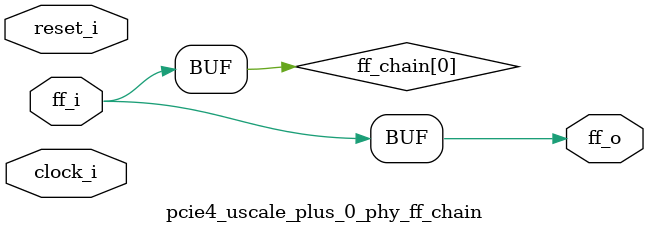
<source format=v>
/*****************************************************************************
** Description:
**    Flop Chain
**
******************************************************************************/

`timescale 1ps/1ps

`define AS_PHYREG(clk, reset, q, d, rstval)  \
   always @(posedge clk or posedge reset) begin \
      if (reset) \
         q  <= #(TCQ)   rstval;  \
      else  \
         q  <= #(TCQ)   d; \
   end

`define PHYREG(clk, reset, q, d, rstval)  \
   always @(posedge clk) begin \
      if (reset) \
         q  <= #(TCQ)   rstval;  \
      else  \
         q  <= #(TCQ)   d; \
   end

(* DowngradeIPIdentifiedWarnings = "yes" *)
module pcie4_uscale_plus_0_phy_ff_chain #(
   // Parameters
   parameter integer PIPELINE_STAGES   = 0,        // 0 = no pipeline; 1 = 1 stage; 2 = 2 stages; 3 = 3 stages
   parameter         ASYNC             = "FALSE",
   parameter integer FF_WIDTH          = 1,
   parameter integer RST_VAL           = 0,
   parameter integer TCQ               = 1
)  (   
   input  wire                         clock_i,          
   input  wire                         reset_i,           
   input  wire [FF_WIDTH-1:0]          ff_i,            
   output wire [FF_WIDTH-1:0]          ff_o        
   );

   genvar   var_i;

   reg   [FF_WIDTH-1:0]          ff_chain [PIPELINE_STAGES:0];

   always @(*) ff_chain[0] = ff_i;

generate
   if (PIPELINE_STAGES > 0) begin:  with_ff_chain
      for (var_i = 0; var_i < PIPELINE_STAGES; var_i = var_i + 1) begin: ff_chain_gen
         if (ASYNC == "TRUE") begin: async_rst
            `AS_PHYREG(clock_i, reset_i, ff_chain[var_i+1], ff_chain[var_i], RST_VAL)
         end else begin: sync_rst
            `PHYREG(clock_i, reset_i, ff_chain[var_i+1], ff_chain[var_i], RST_VAL)
         end
      end
   end
endgenerate

   assign ff_o = ff_chain[PIPELINE_STAGES];

endmodule

</source>
